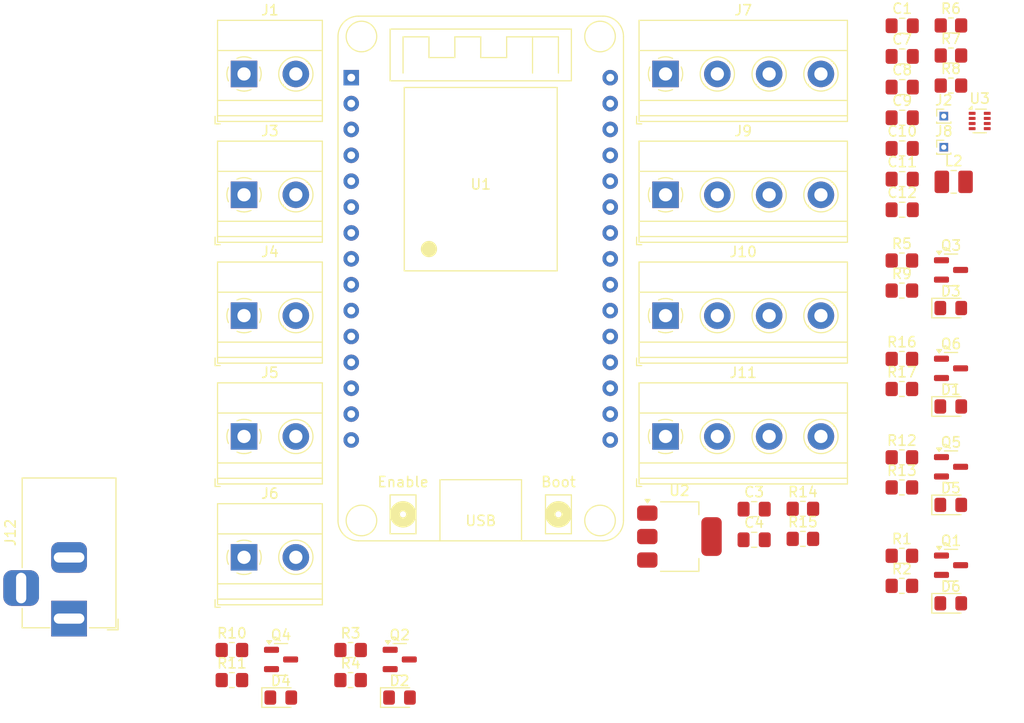
<source format=kicad_pcb>
(kicad_pcb (version 20240108) (generator "pcbnew") (generator_version "8.0")
  (layers (0 "F.Cu" signal) (31 "B.Cu" signal) (34 "B.Paste" user) (35 "F.Paste" user) (36 "B.SilkS" user "B.Silkscreen") (37 "F.SilkS" user "F.Silkscreen") (38 "B.Mask" user) (39 "F.Mask" user) (44 "Edge.Cuts" user))
  (net 0 "")
  (net 1 "/5V")
  (net 2 "GND")
  (net 3 "/MOSFET 3A5/V+")
  (net 4 "/MOSFET 3A5/V-")
  (net 5 "/3V3")
  (net 6 "/VDD_5_30V")
  (net 7 "Net-(U3-PG)")
  (net 8 "Net-(U3-SW)")
  (net 9 "Net-(U3-BST)")
  (net 10 "/MOSFET 3A1/V-")
  (net 11 "/MOSFET 3A2/V-")
  (net 12 "/MOSFET 3A3/V-")
  (net 13 "/MOSFET 3A4/V-")
  (net 14 "/MOSFET 3A/V-")
  (net 15 "/SDA")
  (net 16 "/SCL")
  (net 17 "Net-(Q1-G)")
  (net 18 "Net-(Q2-G)")
  (net 19 "Net-(Q3-G)")
  (net 20 "Net-(Q4-G)")
  (net 21 "Net-(Q5-G)")
  (net 22 "Net-(Q6-G)")
  (net 23 "/MOSFET 3A/Trigger")
  (net 24 "/MOSFET 3A1/Trigger")
  (net 25 "/MOSFET 3A2/Trigger")
  (net 26 "Net-(U3-EN)")
  (net 27 "Net-(U3-FB)")
  (net 28 "/MOSFET 3A3/Trigger")
  (net 29 "/MOSFET 3A4/Trigger")
  (net 30 "/Trigger_3V3")
  (footprint "Diode_SMD:D_0805_2012Metric_Pad1.15x1.40mm_HandSolder" (layer "F.Cu") (at 129.405 128.75)
    (property "Reference" "D2" (at 0 -1.65 0) (layer "F.SilkS"))
    (property "Value" "D_Schottky")
    (pad "1" smd roundrect (at -1.025 0) (size 1.15 1.4) (layers "F.Cu" "F.Paste" "F.Mask") (roundrect_rratio 0.217391) (net 1 "/5V"))
    (pad "2" smd roundrect (at 1.025 0) (size 1.15 1.4) (layers "F.Cu" "F.Paste" "F.Mask") (roundrect_rratio 0.217391) (net 10 "/MOSFET 3A1/V-"))
  )
  (footprint "TerminalBlock_Phoenix:TerminalBlock_Phoenix_MKDS-1,5-2-5.08_1x02_P5.08mm_Horizontal" (layer "F.Cu") (at 114.16 67.545)
    (property "Reference" "J1" (at 2.54 -6.26 0) (layer "F.SilkS"))
    (property "Value" "5V")
    (pad "1" thru_hole rect (at 0 0) (size 2.6 2.6) (drill 1.3) (layers "*.Cu" "*.Mask") (net 1 "/5V"))
    (pad "2" thru_hole circle (at 5.08 0) (size 2.6 2.6) (drill 1.3) (layers "*.Cu" "*.Mask") (net 14 "/MOSFET 3A/V-"))
  )
  (footprint "Resistor_SMD:R_0805_2012Metric_Pad1.20x1.40mm_HandSolder" (layer "F.Cu") (at 178.68 95.515)
    (property "Reference" "R16" (at 0 -1.65 0) (layer "F.SilkS"))
    (property "Value" "10K")
    (pad "1" smd roundrect (at -1 0) (size 1.2 1.4) (layers "F.Cu" "F.Paste" "F.Mask") (roundrect_rratio 0.208333) (net 2 "GND"))
    (pad "2" smd roundrect (at 1 0) (size 1.2 1.4) (layers "F.Cu" "F.Paste" "F.Mask") (roundrect_rratio 0.208333) (net 30 "/Trigger_3V3"))
  )
  (footprint "TerminalBlock_Phoenix:TerminalBlock_Phoenix_MKDS-1,5-4-5.08_1x04_P5.08mm_Horizontal" (layer "F.Cu") (at 155.5 79.405)
    (property "Reference" "J9" (at 7.62 -6.26 0) (layer "F.SilkS"))
    (property "Value" "I2C")
    (pad "1" thru_hole rect (at 0 0) (size 2.6 2.6) (drill 1.3) (layers "*.Cu" "*.Mask") (net 2 "GND"))
    (pad "2" thru_hole circle (at 5.08 0) (size 2.6 2.6) (drill 1.3) (layers "*.Cu" "*.Mask") (net 5 "/3V3"))
    (pad "3" thru_hole circle (at 10.16 0) (size 2.6 2.6) (drill 1.3) (layers "*.Cu" "*.Mask") (net 15 "/SDA"))
    (pad "4" thru_hole circle (at 15.24 0) (size 2.6 2.6) (drill 1.3) (layers "*.Cu" "*.Mask") (net 16 "/SCL"))
  )
  (footprint "TerminalBlock_Phoenix:TerminalBlock_Phoenix_MKDS-1,5-4-5.08_1x04_P5.08mm_Horizontal" (layer "F.Cu") (at 155.5 67.545)
    (property "Reference" "J7" (at 7.62 -6.26 0) (layer "F.SilkS"))
    (property "Value" "I2C")
    (pad "1" thru_hole rect (at 0 0) (size 2.6 2.6) (drill 1.3) (layers "*.Cu" "*.Mask") (net 2 "GND"))
    (pad "2" thru_hole circle (at 5.08 0) (size 2.6 2.6) (drill 1.3) (layers "*.Cu" "*.Mask") (net 5 "/3V3"))
    (pad "3" thru_hole circle (at 10.16 0) (size 2.6 2.6) (drill 1.3) (layers "*.Cu" "*.Mask") (net 15 "/SDA"))
    (pad "4" thru_hole circle (at 15.24 0) (size 2.6 2.6) (drill 1.3) (layers "*.Cu" "*.Mask") (net 16 "/SCL"))
  )
  (footprint "Capacitor_SMD:C_0805_2012Metric_Pad1.18x1.45mm_HandSolder" (layer "F.Cu") (at 178.71 71.845)
    (property "Reference" "C9" (at 0 -1.68 0) (layer "F.SilkS"))
    (property "Value" "33n")
    (pad "1" smd roundrect (at -1.0375 0) (size 1.175 1.45) (layers "F.Cu" "F.Paste" "F.Mask") (roundrect_rratio 0.212766) (net 7 "Net-(U3-PG)"))
    (pad "2" smd roundrect (at 1.0375 0) (size 1.175 1.45) (layers "F.Cu" "F.Paste" "F.Mask") (roundrect_rratio 0.212766) (net 2 "GND"))
  )
  (footprint "Resistor_SMD:R_0805_2012Metric_Pad1.20x1.40mm_HandSolder" (layer "F.Cu") (at 178.68 105.175)
    (property "Reference" "R12" (at 0 -1.65 0) (layer "F.SilkS"))
    (property "Value" "10K")
    (pad "1" smd roundrect (at -1 0) (size 1.2 1.4) (layers "F.Cu" "F.Paste" "F.Mask") (roundrect_rratio 0.208333) (net 2 "GND"))
    (pad "2" smd roundrect (at 1 0) (size 1.2 1.4) (layers "F.Cu" "F.Paste" "F.Mask") (roundrect_rratio 0.208333) (net 29 "/MOSFET 3A4/Trigger"))
  )
  (footprint "Package_TO_SOT_SMD:SOT-23" (layer "F.Cu") (at 117.79 125.01)
    (property "Reference" "Q4" (at 0 -2.4 0) (layer "F.SilkS"))
    (property "Value" "AO3400A")
    (pad "1" smd roundrect (at -0.9375 -0.95) (size 1.475 0.6) (layers "F.Cu" "F.Paste" "F.Mask") (net 20 "Net-(Q4-G)"))
    (pad "2" smd roundrect (at -0.9375 0.95) (size 1.475 0.6) (layers "F.Cu" "F.Paste" "F.Mask") (net 2 "GND"))
    (pad "3" smd roundrect (at 0.9375 0) (size 1.475 0.6) (layers "F.Cu" "F.Paste" "F.Mask") (net 12 "/MOSFET 3A3/V-"))
  )
  (footprint "Package_TO_SOT_SMD:SOT-223-3_TabPin2" (layer "F.Cu") (at 156.86 112.95)
    (property "Reference" "U2" (at 0 -4.5 0) (layer "F.SilkS"))
    (property "Value" "NCP1117-3.3_SOT223")
    (pad "1" smd roundrect (at -3.15 -2.3) (size 2 1.5) (layers "F.Cu" "F.Paste" "F.Mask") (net 4 "/MOSFET 3A5/V-"))
    (pad "2" smd roundrect (at -3.15 0) (size 2 1.5) (layers "F.Cu" "F.Paste" "F.Mask") (net 5 "/3V3"))
    (pad "2" smd roundrect (at 3.15 0) (size 2 3.8) (layers "F.Cu" "F.Paste" "F.Mask") (net 5 "/3V3"))
    (pad "3" smd roundrect (at -3.15 2.3) (size 2 1.5) (layers "F.Cu" "F.Paste" "F.Mask") (net 3 "/MOSFET 3A5/V+"))
  )
  (footprint "TerminalBlock_Phoenix:TerminalBlock_Phoenix_MKDS-1,5-4-5.08_1x04_P5.08mm_Horizontal" (layer "F.Cu") (at 155.5 91.265)
    (property "Reference" "J10" (at 7.62 -6.26 0) (layer "F.SilkS"))
    (property "Value" "I2C")
    (pad "1" thru_hole rect (at 0 0) (size 2.6 2.6) (drill 1.3) (layers "*.Cu" "*.Mask") (net 2 "GND"))
    (pad "2" thru_hole circle (at 5.08 0) (size 2.6 2.6) (drill 1.3) (layers "*.Cu" "*.Mask") (net 5 "/3V3"))
    (pad "3" thru_hole circle (at 10.16 0) (size 2.6 2.6) (drill 1.3) (layers "*.Cu" "*.Mask") (net 15 "/SDA"))
    (pad "4" thru_hole circle (at 15.24 0) (size 2.6 2.6) (drill 1.3) (layers "*.Cu" "*.Mask") (net 16 "/SCL"))
  )
  (footprint "Capacitor_SMD:C_0805_2012Metric_Pad1.18x1.45mm_HandSolder" (layer "F.Cu") (at 178.71 74.855)
    (property "Reference" "C10" (at 0 -1.68 0) (layer "F.SilkS"))
    (property "Value" "100n & 3A")
    (pad "1" smd roundrect (at -1.0375 0) (size 1.175 1.45) (layers "F.Cu" "F.Paste" "F.Mask") (roundrect_rratio 0.212766) (net 9 "Net-(U3-BST)"))
    (pad "2" smd roundrect (at 1.0375 0) (size 1.175 1.45) (layers "F.Cu" "F.Paste" "F.Mask") (roundrect_rratio 0.212766) (net 8 "Net-(U3-SW)"))
  )
  (footprint "Package_TO_SOT_SMD:SOT-23" (layer "F.Cu") (at 183.5 106.1)
    (property "Reference" "Q5" (at 0 -2.4 0) (layer "F.SilkS"))
    (property "Value" "AO3400A")
    (pad "1" smd roundrect (at -0.9375 -0.95) (size 1.475 0.6) (layers "F.Cu" "F.Paste" "F.Mask") (net 21 "Net-(Q5-G)"))
    (pad "2" smd roundrect (at -0.9375 0.95) (size 1.475 0.6) (layers "F.Cu" "F.Paste" "F.Mask") (net 2 "GND"))
    (pad "3" smd roundrect (at 0.9375 0) (size 1.475 0.6) (layers "F.Cu" "F.Paste" "F.Mask") (net 13 "/MOSFET 3A4/V-"))
  )
  (footprint "Resistor_SMD:R_0805_2012Metric_Pad1.20x1.40mm_HandSolder" (layer "F.Cu") (at 168.97 110.225)
    (property "Reference" "R14" (at 0 -1.65 0) (layer "F.SilkS"))
    (property "Value" "10K")
    (pad "1" smd roundrect (at -1 0) (size 1.2 1.4) (layers "F.Cu" "F.Paste" "F.Mask") (roundrect_rratio 0.208333) (net 5 "/3V3"))
    (pad "2" smd roundrect (at 1 0) (size 1.2 1.4) (layers "F.Cu" "F.Paste" "F.Mask") (roundrect_rratio 0.208333) (net 15 "/SDA"))
  )
  (footprint "Resistor_SMD:R_0805_2012Metric_Pad1.20x1.40mm_HandSolder" (layer "F.Cu") (at 168.97 113.175)
    (property "Reference" "R15" (at 0 -1.65 0) (layer "F.SilkS"))
    (property "Value" "10K")
    (pad "1" smd roundrect (at -1 0) (size 1.2 1.4) (layers "F.Cu" "F.Paste" "F.Mask") (roundrect_rratio 0.208333) (net 5 "/3V3"))
    (pad "2" smd roundrect (at 1 0) (size 1.2 1.4) (layers "F.Cu" "F.Paste" "F.Mask") (roundrect_rratio 0.208333) (net 16 "/SCL"))
  )
  (footprint "Capacitor_SMD:C_0805_2012Metric_Pad1.18x1.45mm_HandSolder" (layer "F.Cu") (at 164.19 110.255)
    (property "Reference" "C3" (at 0 -1.68 0) (layer "F.SilkS"))
    (property "Value" "10u")
    (pad "1" smd roundrect (at -1.0375 0) (size 1.175 1.45) (layers "F.Cu" "F.Paste" "F.Mask") (roundrect_rratio 0.212766) (net 3 "/MOSFET 3A5/V+"))
    (pad "2" smd roundrect (at 1.0375 0) (size 1.175 1.45) (layers "F.Cu" "F.Paste" "F.Mask") (roundrect_rratio 0.212766) (net 4 "/MOSFET 3A5/V-"))
  )
  (footprint "bzd:esp32_devkit_v1_doit" (layer "F.Cu") (at 137.375 67.91)
    (property "Reference" "U1" (at 0 10.47 0) (layer "F.SilkS"))
    (property "Value" "ESP32_DevKit_V1_DOIT")
    (fp_text user "USB" (at 0 43.49 0) (layer "F.SilkS"))
    (fp_text user "Enable" (at -7.62 39.68 0) (layer "F.SilkS"))
    (fp_text user "Boot" (at 7.62 39.68 0) (layer "F.SilkS"))
    (pad "1" thru_hole rect (at -12.7 0) (size 1.524 1.524) (drill 0.762) (layers "*.Cu" "*.Mask"))
    (pad "2" thru_hole circle (at -12.7 2.54) (size 1.524 1.524) (drill 0.762) (layers "*.Cu" "*.Mask"))
    (pad "3" thru_hole circle (at -12.7 5.08) (size 1.524 1.524) (drill 0.762) (layers "*.Cu" "*.Mask"))
    (pad "4" thru_hole circle (at -12.7 7.62) (size 1.524 1.524) (drill 0.762) (layers "*.Cu" "*.Mask"))
    (pad "5" thru_hole circle (at -12.7 10.16) (size 1.524 1.524) (drill 0.762) (layers "*.Cu" "*.Mask"))
    (pad "6" thru_hole circle (at -12.7 12.7) (size 1.524 1.524) (drill 0.762) (layers "*.Cu" "*.Mask") (net 29 "/MOSFET 3A4/Trigger"))
    (pad "7" thru_hole circle (at -12.7 15.24) (size 1.524 1.524) (drill 0.762) (layers "*.Cu" "*.Mask"))
    (pad "8" thru_hole circle (at -12.7 17.78) (size 1.524 1.524) (drill 0.762) (layers "*.Cu" "*.Mask"))
    (pad "9" thru_hole circle (at -12.7 20.32) (size 1.524 1.524) (drill 0.762) (layers "*.Cu" "*.Mask") (net 30 "/Trigger_3V3"))
    (pad "10" thru_hole circle (at -12.7 22.86) (size 1.524 1.524) (drill 0.762) (layers "*.Cu" "*.Mask") (net 28 "/MOSFET 3A3/Trigger"))
    (pad "11" thru_hole circle (at -12.7 25.4) (size 1.524 1.524) (drill 0.762) (layers "*.Cu" "*.Mask") (net 25 "/MOSFET 3A2/Trigger"))
    (pad "12" thru_hole circle (at -12.7 27.94) (size 1.524 1.524) (drill 0.762) (layers "*.Cu" "*.Mask") (net 23 "/MOSFET 3A/Trigger"))
    (pad "13" thru_hole circle (at -12.7 30.48) (size 1.524 1.524) (drill 0.762) (layers "*.Cu" "*.Mask") (net 24 "/MOSFET 3A1/Trigger"))
    (pad "14" thru_hole circle (at -12.7 33.02) (size 1.524 1.524) (drill 0.762) (layers "*.Cu" "*.Mask") (net 2 "GND"))
    (pad "15" thru_hole circle (at -12.7 35.56) (size 1.524 1.524) (drill 0.762) (layers "*.Cu" "*.Mask") (net 1 "/5V"))
    (pad "16" thru_hole circle (at 12.7 35.56) (size 1.524 1.524) (drill 0.762) (layers "*.Cu" "*.Mask"))
    (pad "17" thru_hole circle (at 12.7 33.02) (size 1.524 1.524) (drill 0.762) (layers "*.Cu" "*.Mask") (net 2 "GND"))
    (pad "18" thru_hole circle (at 12.7 30.48) (size 1.524 1.524) (drill 0.762) (layers "*.Cu" "*.Mask"))
    (pad "19" thru_hole circle (at 12.7 27.94) (size 1.524 1.524) (drill 0.762) (layers "*.Cu" "*.Mask"))
    (pad "20" thru_hole circle (at 12.7 25.4) (size 1.524 1.524) (drill 0.762) (layers "*.Cu" "*.Mask"))
    (pad "21" thru_hole circle (at 12.7 22.86) (size 1.524 1.524) (drill 0.762) (layers "*.Cu" "*.Mask"))
    (pad "22" thru_hole circle (at 12.7 20.32) (size 1.524 1.524) (drill 0.762) (layers "*.Cu" "*.Mask"))
    (pad "23" thru_hole circle (at 12.7 17.78) (size 1.524 1.524) (drill 0.762) (layers "*.Cu" "*.Mask"))
    (pad "24" thru_hole circle (at 12.7 15.24) (size 1.524 1.524) (drill 0.762) (layers "*.Cu" "*.Mask"))
    (pad "25" thru_hole circle (at 12.7 12.7) (size 1.524 1.524) (drill 0.762) (layers "*.Cu" "*.Mask"))
    (pad "26" thru_hole circle (at 12.7 10.16) (size 1.524 1.524) (drill 0.762) (layers "*.Cu" "*.Mask") (net 15 "/SDA"))
    (pad "27" thru_hole circle (at 12.7 7.62) (size 1.524 1.524) (drill 0.762) (layers "*.Cu" "*.Mask"))
    (pad "28" thru_hole circle (at 12.7 5.08) (size 1.524 1.524) (drill 0.762) (layers "*.Cu" "*.Mask"))
    (pad "29" thru_hole circle (at 12.7 2.54) (size 1.524 1.524) (drill 0.762) (layers "*.Cu" "*.Mask") (net 16 "/SCL"))
    (pad "30" thru_hole circle (at 12.7 0) (size 1.524 1.524) (drill 0.762) (layers "*.Cu" "*.Mask"))
  )
  (footprint "Capacitor_SMD:C_0805_2012Metric_Pad1.18x1.45mm_HandSolder" (layer "F.Cu") (at 178.71 62.815)
    (property "Reference" "C1" (at 0 -1.68 0) (layer "F.SilkS"))
    (property "Value" "22u")
    (pad "1" smd roundrect (at -1.0375 0) (size 1.175 1.45) (layers "F.Cu" "F.Paste" "F.Mask") (roundrect_rratio 0.212766) (net 1 "/5V"))
    (pad "2" smd roundrect (at 1.0375 0) (size 1.175 1.45) (layers "F.Cu" "F.Paste" "F.Mask") (roundrect_rratio 0.212766) (net 2 "GND"))
  )
  (footprint "Diode_SMD:D_0805_2012Metric_Pad1.15x1.40mm_HandSolder" (layer "F.Cu") (at 183.475 119.5)
    (property "Reference" "D6" (at 0 -1.65 0) (layer "F.SilkS"))
    (property "Value" "D_Schottky")
    (pad "1" smd roundrect (at -1.025 0) (size 1.15 1.4) (layers "F.Cu" "F.Paste" "F.Mask") (roundrect_rratio 0.217391) (net 1 "/5V"))
    (pad "2" smd roundrect (at 1.025 0) (size 1.15 1.4) (layers "F.Cu" "F.Paste" "F.Mask") (roundrect_rratio 0.217391) (net 14 "/MOSFET 3A/V-"))
  )
  (footprint "Resistor_SMD:R_0805_2012Metric_Pad1.20x1.40mm_HandSolder" (layer "F.Cu") (at 178.68 108.125)
    (property "Reference" "R13" (at 0 -1.65 0) (layer "F.SilkS"))
    (property "Value" "100")
    (pad "1" smd roundrect (at -1 0) (size 1.2 1.4) (layers "F.Cu" "F.Paste" "F.Mask") (roundrect_rratio 0.208333) (net 29 "/MOSFET 3A4/Trigger"))
    (pad "2" smd roundrect (at 1 0) (size 1.2 1.4) (layers "F.Cu" "F.Paste" "F.Mask") (roundrect_rratio 0.208333) (net 21 "Net-(Q5-G)"))
  )
  (footprint "TerminalBlock_Phoenix:TerminalBlock_Phoenix_MKDS-1,5-2-5.08_1x02_P5.08mm_Horizontal" (layer "F.Cu") (at 114.16 103.125)
    (property "Reference" "J5" (at 2.54 -6.26 0) (layer "F.SilkS"))
    (property "Value" "5V")
    (pad "1" thru_hole rect (at 0 0) (size 2.6 2.6) (drill 1.3) (layers "*.Cu" "*.Mask") (net 1 "/5V"))
    (pad "2" thru_hole circle (at 5.08 0) (size 2.6 2.6) (drill 1.3) (layers "*.Cu" "*.Mask") (net 12 "/MOSFET 3A3/V-"))
  )
  (footprint "Connector_BarrelJack:BarrelJack_Horizontal" (layer "F.Cu") (at 97 121 -90)
    (property "Reference" "J12" (at -8.45 5.75 90) (layer "F.SilkS"))
    (property "Value" "Barrel_Jack_Switch")
    (pad "1" thru_hole rect (at 0 0 270) (size 3.5 3.5) (drill oval 1 3) (layers "*.Cu" "*.Mask") (net 2 "GND"))
    (pad "2" thru_hole roundrect (at -6 0 270) (size 3 3.5) (drill oval 1 3) (layers "*.Cu" "*.Mask") (net 6 "/VDD_5_30V"))
    (pad "3" thru_hole roundrect (at -3 4.7 270) (size 3.5 3.5) (drill oval 3 1) (layers "*.Cu" "*.Mask"))
  )
  (footprint "Capacitor_SMD:C_0805_2012Metric_Pad1.18x1.45mm_HandSolder" (layer "F.Cu") (at 178.71 65.825)
    (property "Reference" "C7" (at 0 -1.68 0) (layer "F.SilkS"))
    (property "Value" "10u")
    (pad "1" smd roundrect (at -1.0375 0) (size 1.175 1.45) (layers "F.Cu" "F.Paste" "F.Mask") (roundrect_rratio 0.212766) (net 6 "/VDD_5_30V"))
    (pad "2" smd roundrect (at 1.0375 0) (size 1.175 1.45) (layers "F.Cu" "F.Paste" "F.Mask") (roundrect_rratio 0.212766) (net 2 "GND"))
  )
  (footprint "TerminalBlock_Phoenix:TerminalBlock_Phoenix_MKDS-1,5-2-5.08_1x02_P5.08mm_Horizontal" (layer "F.Cu") (at 114.16 79.405)
    (property "Reference" "J3" (at 2.54 -6.26 0) (layer "F.SilkS"))
    (property "Value" "5V")
    (pad "1" thru_hole rect (at 0 0) (size 2.6 2.6) (drill 1.3) (layers "*.Cu" "*.Mask") (net 1 "/5V"))
    (pad "2" thru_hole circle (at 5.08 0) (size 2.6 2.6) (drill 1.3) (layers "*.Cu" "*.Mask") (net 10 "/MOSFET 3A1/V-"))
  )
  (footprint "Resistor_SMD:R_0805_2012Metric_Pad1.20x1.40mm_HandSolder" (layer "F.Cu") (at 183.49 65.735)
    (property "Reference" "R7" (at 0 -1.65 0) (layer "F.SilkS"))
    (property "Value" "10.2K")
    (pad "1" smd roundrect (at -1 0) (size 1.2 1.4) (layers "F.Cu" "F.Paste" "F.Mask") (roundrect_rratio 0.208333) (net 2 "GND"))
    (pad "2" smd roundrect (at 1 0) (size 1.2 1.4) (layers "F.Cu" "F.Paste" "F.Mask") (roundrect_rratio 0.208333) (net 27 "Net-(U3-FB)"))
  )
  (footprint "Resistor_SMD:R_0805_2012Metric_Pad1.20x1.40mm_HandSolder" (layer "F.Cu") (at 124.61 127.035)
    (property "Reference" "R4" (at 0 -1.65 0) (layer "F.SilkS"))
    (property "Value" "100")
    (pad "1" smd roundrect (at -1 0) (size 1.2 1.4) (layers "F.Cu" "F.Paste" "F.Mask") (roundrect_rratio 0.208333) (net 24 "/MOSFET 3A1/Trigger"))
    (pad "2" smd roundrect (at 1 0) (size 1.2 1.4) (layers "F.Cu" "F.Paste" "F.Mask") (roundrect_rratio 0.208333) (net 18 "Net-(Q2-G)"))
  )
  (footprint "TerminalBlock_Phoenix:TerminalBlock_Phoenix_MKDS-1,5-4-5.08_1x04_P5.08mm_Horizontal" (layer "F.Cu") (at 155.5 103.125)
    (property "Reference" "J11" (at 7.62 -6.26 0) (layer "F.SilkS"))
    (property "Value" "I2C")
    (pad "1" thru_hole rect (at 0 0) (size 2.6 2.6) (drill 1.3) (layers "*.Cu" "*.Mask") (net 2 "GND"))
    (pad "2" thru_hole circle (at 5.08 0) (size 2.6 2.6) (drill 1.3) (layers "*.Cu" "*.Mask") (net 5 "/3V3"))
    (pad "3" thru_hole circle (at 10.16 0) (size 2.6 2.6) (drill 1.3) (layers "*.Cu" "*.Mask") (net 15 "/SDA"))
    (pad "4" thru_hole circle (at 15.24 0) (size 2.6 2.6) (drill 1.3) (layers "*.Cu" "*.Mask") (net 16 "/SCL"))
  )
  (footprint "Resistor_SMD:R_0805_2012Metric_Pad1.20x1.40mm_HandSolder" (layer "F.Cu") (at 178.68 98.465)
    (property "Reference" "R17" (at 0 -1.65 0) (layer "F.SilkS"))
    (property "Value" "100")
    (pad "1" smd roundrect (at -1 0) (size 1.2 1.4) (layers "F.Cu" "F.Paste" "F.Mask") (roundrect_rratio 0.208333) (net 30 "/Trigger_3V3"))
    (pad "2" smd roundrect (at 1 0) (size 1.2 1.4) (layers "F.Cu" "F.Paste" "F.Mask") (roundrect_rratio 0.208333) (net 22 "Net-(Q6-G)"))
  )
  (footprint "Resistor_SMD:R_0805_2012Metric_Pad1.20x1.40mm_HandSolder" (layer "F.Cu") (at 178.68 88.805)
    (property "Reference" "R9" (at 0 -1.65 0) (layer "F.SilkS"))
    (property "Value" "100")
    (pad "1" smd roundrect (at -1 0) (size 1.2 1.4) (layers "F.Cu" "F.Paste" "F.Mask") (roundrect_rratio 0.208333) (net 25 "/MOSFET 3A2/Trigger"))
    (pad "2" smd roundrect (at 1 0) (size 1.2 1.4) (layers "F.Cu" "F.Paste" "F.Mask") (roundrect_rratio 0.208333) (net 19 "Net-(Q3-G)"))
  )
  (footprint "Package_TO_SOT_SMD:SOT-23" (layer "F.Cu") (at 183.5 86.78)
    (property "Reference" "Q3" (at 0 -2.4 0) (layer "F.SilkS"))
    (property "Value" "AO3400A")
    (pad "1" smd roundrect (at -0.9375 -0.95) (size 1.475 0.6) (layers "F.Cu" "F.Paste" "F.Mask") (net 19 "Net-(Q3-G)"))
    (pad "2" smd roundrect (at -0.9375 0.95) (size 1.475 0.6) (layers "F.Cu" "F.Paste" "F.Mask") (net 2 "GND"))
    (pad "3" smd roundrect (at 0.9375 0) (size 1.475 0.6) (layers "F.Cu" "F.Paste" "F.Mask") (net 11 "/MOSFET 3A2/V-"))
  )
  (footprint "Diode_SMD:D_0805_2012Metric_Pad1.15x1.40mm_HandSolder" (layer "F.Cu") (at 183.475 109.84)
    (property "Reference" "D5" (at 0 -1.65 0) (layer "F.SilkS"))
    (property "Value" "D_Schottky")
    (pad "1" smd roundrect (at -1.025 0) (size 1.15 1.4) (layers "F.Cu" "F.Paste" "F.Mask") (roundrect_rratio 0.217391) (net 6 "/VDD_5_30V"))
    (pad "2" smd roundrect (at 1.025 0) (size 1.15 1.4) (layers "F.Cu" "F.Paste" "F.Mask") (roundrect_rratio 0.217391) (net 13 "/MOSFET 3A4/V-"))
  )
  (footprint "Resistor_SMD:R_0805_2012Metric_Pad1.20x1.40mm_HandSolder" (layer "F.Cu") (at 124.61 124.085)
    (property "Reference" "R3" (at 0 -1.65 0) (layer "F.SilkS"))
    (property "Value" "10K")
    (pad "1" smd roundrect (at -1 0) (size 1.2 1.4) (layers "F.Cu" "F.Paste" "F.Mask") (roundrect_rratio 0.208333) (net 2 "GND"))
    (pad "2" smd roundrect (at 1 0) (size 1.2 1.4) (layers "F.Cu" "F.Paste" "F.Mask") (roundrect_rratio 0.208333) (net 24 "/MOSFET 3A1/Trigger"))
  )
  (footprint "Package_TO_SOT_SMD:SOT-23" (layer "F.Cu") (at 129.43 125.01)
    (property "Reference" "Q2" (at 0 -2.4 0) (layer "F.SilkS"))
    (property "Value" "AO3400A")
    (pad "1" smd roundrect (at -0.9375 -0.95) (size 1.475 0.6) (layers "F.Cu" "F.Paste" "F.Mask") (net 18 "Net-(Q2-G)"))
    (pad "2" smd roundrect (at -0.9375 0.95) (size 1.475 0.6) (layers "F.Cu" "F.Paste" "F.Mask") (net 2 "GND"))
    (pad "3" smd roundrect (at 0.9375 0) (size 1.475 0.6) (layers "F.Cu" "F.Paste" "F.Mask") (net 10 "/MOSFET 3A1/V-"))
  )
  (footprint "Resistor_SMD:R_0805_2012Metric_Pad1.20x1.40mm_HandSolder" (layer "F.Cu") (at 112.97 124.085)
    (property "Reference" "R10" (at 0 -1.65 0) (layer "F.SilkS"))
    (property "Value" "10K")
    (pad "1" smd roundrect (at -1 0) (size 1.2 1.4) (layers "F.Cu" "F.Paste" "F.Mask") (roundrect_rratio 0.208333) (net 2 "GND"))
    (pad "2" smd roundrect (at 1 0) (size 1.2 1.4) (layers "F.Cu" "F.Paste" "F.Mask") (roundrect_rratio 0.208333) (net 28 "/MOSFET 3A3/Trigger"))
  )
  (footprint "Package_TO_SOT_SMD:SOT-23" (layer "F.Cu") (at 183.5 96.44)
    (property "Reference" "Q6" (at 0 -2.4 0) (layer "F.SilkS"))
    (property "Value" "AO3400A")
    (pad "1" smd roundrect (at -0.9375 -0.95) (size 1.475 0.6) (layers "F.Cu" "F.Paste" "F.Mask") (net 22 "Net-(Q6-G)"))
    (pad "2" smd roundrect (at -0.9375 0.95) (size 1.475 0.6) (layers "F.Cu" "F.Paste" "F.Mask") (net 2 "GND"))
    (pad "3" smd roundrect (at 0.9375 0) (size 1.475 0.6) (layers "F.Cu" "F.Paste" "F.Mask") (net 4 "/MOSFET 3A5/V-"))
  )
  (footprint "Resistor_SMD:R_0805_2012Metric_Pad1.20x1.40mm_HandSolder" (layer "F.Cu") (at 183.49 68.685)
    (property "Reference" "R8" (at 0 -1.65 0) (layer "F.SilkS"))
    (property "Value" "53.6K")
    (pad "1" smd roundrect (at -1 0) (size 1.2 1.4) (layers "F.Cu" "F.Paste" "F.Mask") (roundrect_rratio 0.208333) (net 27 "Net-(U3-FB)"))
    (pad "2" smd roundrect (at 1 0) (size 1.2 1.4) (layers "F.Cu" "F.Paste" "F.Mask") (roundrect_rratio 0.208333) (net 1 "/5V"))
  )
  (footprint "Resistor_SMD:R_0805_2012Metric_Pad1.20x1.40mm_HandSolder" (layer "F.Cu") (at 112.97 127.035)
    (property "Reference" "R11" (at 0 -1.65 0) (layer "F.SilkS"))
    (property "Value" "100")
    (pad "1" smd roundrect (at -1 0) (size 1.2 1.4) (layers "F.Cu" "F.Paste" "F.Mask") (roundrect_rratio 0.208333) (net 28 "/MOSFET 3A3/Trigger"))
    (pad "2" smd roundrect (at 1 0) (size 1.2 1.4) (layers "F.Cu" "F.Paste" "F.Mask") (roundrect_rratio 0.208333) (net 20 "Net-(Q4-G)"))
  )
  (footprint "Package_TO_SOT_SMD:SOT-583-8" (layer "F.Cu") (at 186.31 72.16)
    (property "Reference" "U3" (at 0 -2.2 0) (layer "F.SilkS"))
    (property "Value" "TPS62933P")
    (pad "1" smd roundrect (at -0.74 -0.75) (size 0.67 0.3) (layers "F.Cu" "F.Paste" "F.Mask") (roundrect_rratio 0.1666666667) (net 2 "GND"))
    (pad "2" smd roundrect (at -0.74 -0.25) (size 0.67 0.3) (layers "F.Cu" "F.Paste" "F.Mask") (roundrect_rratio 0.1666666667) (net 26 "Net-(U3-EN)"))
    (pad "3" smd roundrect (at -0.74 0.25) (size 0.67 0.3) (layers "F.Cu" "F.Paste" "F.Mask") (roundrect_rratio 0.1666666667) (net 6 "/VDD_5_30V"))
    (pad "4" smd roundrect (at -0.74 0.75) (size 0.67 0.3) (layers "F.Cu" "F.Paste" "F.Mask") (roundrect_rratio 0.1666666667) (net 2 "GND"))
    (pad "5" smd roundrect (at 0.74 0.75) (size 0.67 0.3) (layers "F.Cu" "F.Paste" "F.Mask") (roundrect_rratio 0.1666666667) (net 8 "Net-(U3-SW)"))
    (pad "6" smd roundrect (at 0.74 0.25) (size 0.67 0.3) (layers "F.Cu" "F.Paste" "F.Mask") (roundrect_rratio 0.1666666667) (net 9 "Net-(U3-BST)"))
    (pad "7" smd roundrect (at 0.74 -0.25) (size 0.67 0.3) (layers "F.Cu" "F.Paste" "F.Mask") (roundrect_rratio 0.1666666667) (net 7 "Net-(U3-PG)"))
    (pad "8" smd roundrect (at 0.74 -0.75) (size 0.67 0.3) (layers "F.Cu" "F.Paste" "F.Mask") (roundrect_rratio 0.1666666667) (net 27 "Net-(U3-FB)"))
  )
  (footprint "Diode_SMD:D_0805_2012Metric_Pad1.15x1.40mm_HandSolder" (layer "F.Cu") (at 183.475 100.18)
    (property "Reference" "D1" (at 0 -1.65 0) (layer "F.SilkS"))
    (property "Value" "D_Schottky")
    (pad "1" smd roundrect (at -1.025 0) (size 1.15 1.4) (layers "F.Cu" "F.Paste" "F.Mask") (roundrect_rratio 0.217391) (net 3 "/MOSFET 3A5/V+"))
    (pad "2" smd roundrect (at 1.025 0) (size 1.15 1.4) (layers "F.Cu" "F.Paste" "F.Mask") (roundrect_rratio 0.217391) (net 4 "/MOSFET 3A5/V-"))
  )
  (footprint "TerminalBlock_Phoenix:TerminalBlock_Phoenix_MKDS-1,5-2-5.08_1x02_P5.08mm_Horizontal" (layer "F.Cu") (at 114.16 114.985)
    (property "Reference" "J6" (at 2.54 -6.26 0) (layer "F.SilkS"))
    (property "Value" "5_30V")
    (pad "1" thru_hole rect (at 0 0) (size 2.6 2.6) (drill 1.3) (layers "*.Cu" "*.Mask") (net 6 "/VDD_5_30V"))
    (pad "2" thru_hole circle (at 5.08 0) (size 2.6 2.6) (drill 1.3) (layers "*.Cu" "*.Mask") (net 13 "/MOSFET 3A4/V-"))
  )
  (footprint "Inductor_SMD:L_1008_2520Metric_Pad1.43x2.20mm_HandSolder" (layer "F.Cu") (at 183.76 78.135)
    (property "Reference" "L2" (at 0 -2.05 0) (layer "F.SilkS"))
    (property "Value" "6.8uH & 3A")
    (pad "1" smd roundrect (at -1.1625 0) (size 1.425 2.2) (layers "F.Cu" "F.Paste" "F.Mask") (roundrect_rratio 0.175439) (net 8 "Net-(U3-SW)"))
    (pad "2" smd roundrect (at 1.1625 0) (size 1.425 2.2) (layers "F.Cu" "F.Paste" "F.Mask") (roundrect_rratio 0.175439) (net 1 "/5V"))
  )
  (footprint "Connector_PinHeader_1.00mm:PinHeader_1x01_P1.00mm_Vertical" (layer "F.Cu") (at 182.79 74.735)
    (property "Reference" "J8" (at 0 -1.56 0) (layer "F.SilkS"))
    (property "Value" "5V")
    (pad "1" thru_hole rect (at 0 0) (size 0.85 0.85) (drill 0.5) (layers "*.Cu" "*.Mask") (net 1 "/5V"))
  )
  (footprint "TerminalBlock_Phoenix:TerminalBlock_Phoenix_MKDS-1,5-2-5.08_1x02_P5.08mm_Horizontal" (layer "F.Cu") (at 114.16 91.265)
    (property "Reference" "J4" (at 2.54 -6.26 0) (layer "F.SilkS"))
    (property "Value" "5V")
    (pad "1" thru_hole rect (at 0 0) (size 2.6 2.6) (drill 1.3) (layers "*.Cu" "*.Mask") (net 1 "/5V"))
    (pad "2" thru_hole circle (at 5.08 0) (size 2.6 2.6) (drill 1.3) (layers "*.Cu" "*.Mask") (net 11 "/MOSFET 3A2/V-"))
  )
  (footprint "Resistor_SMD:R_0805_2012Metric_Pad1.20x1.40mm_HandSolder" (layer "F.Cu") (at 178.68 117.785)
    (property "Reference" "R2" (at 0 -1.65 0) (layer "F.SilkS"))
    (property "Value" "100")
    (pad "1" smd roundrect (at -1 0) (size 1.2 1.4) (layers "F.Cu" "F.Paste" "F.Mask") (roundrect_rratio 0.208333) (net 23 "/MOSFET 3A/Trigger"))
    (pad "2" smd roundrect (at 1 0) (size 1.2 1.4) (layers "F.Cu" "F.Paste" "F.Mask") (roundrect_rratio 0.208333) (net 17 "Net-(Q1-G)"))
  )
  (footprint "Capacitor_SMD:C_0805_2012Metric_Pad1.18x1.45mm_HandSolder" (layer "F.Cu") (at 178.71 68.835)
    (property "Reference" "C8" (at 0 -1.68 0) (layer "F.SilkS"))
    (property "Value" "0.1u")
    (pad "1" smd roundrect (at -1.0375 0) (size 1.175 1.45) (layers "F.Cu" "F.Paste" "F.Mask") (roundrect_rratio 0.212766) (net 6 "/VDD_5_30V"))
    (pad "2" smd roundrect (at 1.0375 0) (size 1.175 1.45) (layers "F.Cu" "F.Paste" "F.Mask") (roundrect_rratio 0.212766) (net 2 "GND"))
  )
  (footprint "Connector_PinHeader_1.00mm:PinHeader_1x01_P1.00mm_Vertical" (layer "F.Cu") (at 182.79 71.685)
    (property "Reference" "J2" (at 0 -1.56 0) (layer "F.SilkS"))
    (property "Value" "VIN Reg")
    (pad "1" thru_hole rect (at 0 0) (size 0.85 0.85) (drill 0.5) (layers "*.Cu" "*.Mask") (net 6 "/VDD_5_30V"))
  )
  (footprint "Capacitor_SMD:C_0805_2012Metric_Pad1.18x1.45mm_HandSolder" (layer "F.Cu") (at 164.19 113.265)
    (property "Reference" "C4" (at 0 -1.68 0) (layer "F.SilkS"))
    (property "Value" "10u")
    (pad "1" smd roundrect (at -1.0375 0) (size 1.175 1.45) (layers "F.Cu" "F.Paste" "F.Mask") (roundrect_rratio 0.212766) (net 5 "/3V3"))
    (pad "2" smd roundrect (at 1.0375 0) (size 1.175 1.45) (layers "F.Cu" "F.Paste" "F.Mask") (roundrect_rratio 0.212766) (net 2 "GND"))
  )
  (footprint "Diode_SMD:D_0805_2012Metric_Pad1.15x1.40mm_HandSolder" (layer "F.Cu") (at 117.765 128.75)
    (property "Reference" "D4" (at 0 -1.65 0) (layer "F.SilkS"))
    (property "Value" "D_Schottky")
    (pad "1" smd roundrect (at -1.025 0) (size 1.15 1.4) (layers "F.Cu" "F.Paste" "F.Mask") (roundrect_rratio 0.217391) (net 1 "/5V"))
    (pad "2" smd roundrect (at 1.025 0) (size 1.15 1.4) (layers "F.Cu" "F.Paste" "F.Mask") (roundrect_rratio 0.217391) (net 12 "/MOSFET 3A3/V-"))
  )
  (footprint "Resistor_SMD:R_0805_2012Metric_Pad1.20x1.40mm_HandSolder" (layer "F.Cu") (at 178.68 114.835)
    (property "Reference" "R1" (at 0 -1.65 0) (layer "F.SilkS"))
    (property "Value" "10K")
    (pad "1" smd roundrect (at -1 0) (size 1.2 1.4) (layers "F.Cu" "F.Paste" "F.Mask") (roundrect_rratio 0.208333) (net 2 "GND"))
    (pad "2" smd roundrect (at 1 0) (size 1.2 1.4) (layers "F.Cu" "F.Paste" "F.Mask") (roundrect_rratio 0.208333) (net 23 "/MOSFET 3A/Trigger"))
  )
  (footprint "Capacitor_SMD:C_0805_2012Metric_Pad1.18x1.45mm_HandSolder" (layer "F.Cu") (at 178.71 77.865)
    (property "Reference" "C11" (at 0 -1.68 0) (layer "F.SilkS"))
    (property "Value" "10u")
    (pad "1" smd roundrect (at -1.0375 0) (size 1.175 1.45) (layers "F.Cu" "F.Paste" "F.Mask") (roundrect_rratio 0.212766) (net 1 "/5V"))
    (pad "2" smd roundrect (at 1.0375 0) (size 1.175 1.45) (layers "F.Cu" "F.Paste" "F.Mask") (roundrect_rratio 0.212766) (net 2 "GND"))
  )
  (footprint "Resistor_SMD:R_0805_2012Metric_Pad1.20x1.40mm_HandSolder" (layer "F.Cu") (at 178.68 85.855)
    (property "Reference" "R5" (at 0 -1.65 0) (layer "F.SilkS"))
    (property "Value" "10K")
    (pad "1" smd roundrect (at -1 0) (size 1.2 1.4) (layers "F.Cu" "F.Paste" "F.Mask") (roundrect_rratio 0.208333) (net 2 "GND"))
    (pad "2" smd roundrect (at 1 0) (size 1.2 1.4) (layers "F.Cu" "F.Paste" "F.Mask") (roundrect_rratio 0.208333) (net 25 "/MOSFET 3A2/Trigger"))
  )
  (footprint "Package_TO_SOT_SMD:SOT-23" (layer "F.Cu") (at 183.5 115.76)
    (property "Reference" "Q1" (at 0 -2.4 0) (layer "F.SilkS"))
    (property "Value" "AO3400A")
    (pad "1" smd roundrect (at -0.9375 -0.95) (size 1.475 0.6) (layers "F.Cu" "F.Paste" "F.Mask") (net 17 "Net-(Q1-G)"))
    (pad "2" smd roundrect (at -0.9375 0.95) (size 1.475 0.6) (layers "F.Cu" "F.Paste" "F.Mask") (net 2 "GND"))
    (pad "3" smd roundrect (at 0.9375 0) (size 1.475 0.6) (layers "F.Cu" "F.Paste" "F.Mask") (net 14 "/MOSFET 3A/V-"))
  )
  (footprint "Diode_SMD:D_0805_2012Metric_Pad1.15x1.40mm_HandSolder" (layer "F.Cu") (at 183.475 90.52)
    (property "Reference" "D3" (at 0 -1.65 0) (layer "F.SilkS"))
    (property "Value" "D_Schottky")
    (pad "1" smd roundrect (at -1.025 0) (size 1.15 1.4) (layers "F.Cu" "F.Paste" "F.Mask") (roundrect_rratio 0.217391) (net 1 "/5V"))
    (pad "2" smd roundrect (at 1.025 0) (size 1.15 1.4) (layers "F.Cu" "F.Paste" "F.Mask") (roundrect_rratio 0.217391) (net 11 "/MOSFET 3A2/V-"))
  )
  (footprint "Resistor_SMD:R_0805_2012Metric_Pad1.20x1.40mm_HandSolder" (layer "F.Cu") (at 183.49 62.785)
    (property "Reference" "R6" (at 0 -1.65 0) (layer "F.SilkS"))
    (property "Value" "1M")
    (pad "1" smd roundrect (at -1 0) (size 1.2 1.4) (layers "F.Cu" "F.Paste" "F.Mask") (roundrect_rratio 0.208333) (net 6 "/VDD_5_30V"))
    (pad "2" smd roundrect (at 1 0) (size 1.2 1.4) (layers "F.Cu" "F.Paste" "F.Mask") (roundrect_rratio 0.208333) (net 26 "Net-(U3-EN)"))
  )
  (footprint "Capacitor_SMD:C_0805_2012Metric_Pad1.18x1.45mm_HandSolder" (layer "F.Cu") (at 178.71 80.875)
    (property "Reference" "C12" (at 0 -1.68 0) (layer "F.SilkS"))
    (property "Value" "0.1u")
    (pad "1" smd roundrect (at -1.0375 0) (size 1.175 1.45) (layers "F.Cu" "F.Paste" "F.Mask") (roundrect_rratio 0.212766) (net 1 "/5V"))
    (pad "2" smd roundrect (at 1.0375 0) (size 1.175 1.45) (layers "F.Cu" "F.Paste" "F.Mask") (roundrect_rratio 0.212766) (net 2 "GND"))
  )
)
</source>
